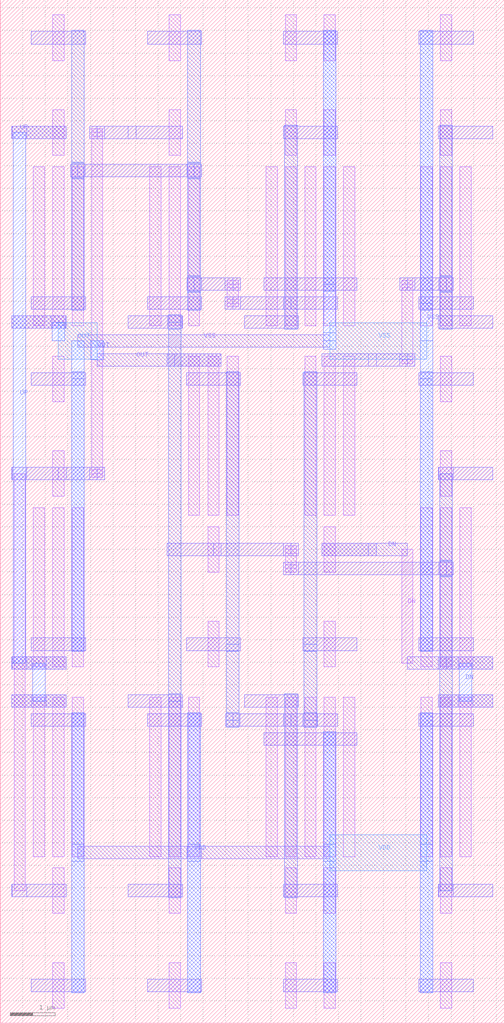
<source format=lef>
MACRO CP
  ORIGIN 0 0 ;
  FOREIGN CP 0 0 ;
  SIZE 11.18 BY 22.68 ;
  PIN VSS
    DIRECTION INOUT ;
    USE SIGNAL ;
    PORT 
      LAYER M3 ;
        RECT 7.17 16.22 7.45 22 ;
      LAYER M3 ;
        RECT 1.58 8.24 1.86 14.44 ;
      LAYER M3 ;
        RECT 9.32 8.24 9.6 14.44 ;
      LAYER M3 ;
        RECT 9.32 15.8 9.6 22 ;
      LAYER M3 ;
        RECT 7.17 15.12 7.45 16.38 ;
      LAYER M2 ;
        RECT 1.72 14.98 7.31 15.26 ;
      LAYER M3 ;
        RECT 1.58 14.28 1.86 15.12 ;
      LAYER M3 ;
        RECT 7.17 14.935 7.45 15.305 ;
      LAYER M4 ;
        RECT 7.31 14.72 9.46 15.52 ;
      LAYER M3 ;
        RECT 9.32 14.28 9.6 15.12 ;
      LAYER M3 ;
        RECT 9.32 15.12 9.6 15.96 ;
    END
  END VSS
  PIN VDD
    DIRECTION INOUT ;
    USE SIGNAL ;
    PORT 
      LAYER M3 ;
        RECT 7.17 0.68 7.45 6.46 ;
      LAYER M3 ;
        RECT 1.58 0.68 1.86 6.88 ;
      LAYER M3 ;
        RECT 9.32 0.68 9.6 6.88 ;
      LAYER M3 ;
        RECT 4.16 0.68 4.44 6.88 ;
      LAYER M3 ;
        RECT 7.17 3.595 7.45 3.965 ;
      LAYER M2 ;
        RECT 1.72 3.64 7.31 3.92 ;
      LAYER M3 ;
        RECT 1.58 3.595 1.86 3.965 ;
      LAYER M3 ;
        RECT 7.17 3.595 7.45 3.965 ;
      LAYER M4 ;
        RECT 7.31 3.38 9.46 4.18 ;
      LAYER M3 ;
        RECT 9.32 3.595 9.6 3.965 ;
      LAYER M2 ;
        RECT 4.14 3.64 4.46 3.92 ;
      LAYER M3 ;
        RECT 4.16 3.595 4.44 3.965 ;
    END
  END VDD
  PIN UP
    DIRECTION INOUT ;
    USE SIGNAL ;
    PORT 
      LAYER M2 ;
        RECT 0.26 7.84 1.46 8.12 ;
      LAYER M2 ;
        RECT 0.26 7 1.46 7.28 ;
      LAYER M2 ;
        RECT 0.7 7.84 1.02 8.12 ;
      LAYER M3 ;
        RECT 0.72 7.14 1 7.98 ;
      LAYER M2 ;
        RECT 0.7 7 1.02 7.28 ;
      LAYER M2 ;
        RECT 0.26 19.6 1.46 19.88 ;
      LAYER M2 ;
        RECT 0.27 7.84 0.59 8.12 ;
      LAYER M3 ;
        RECT 0.29 7.98 0.57 19.74 ;
      LAYER M2 ;
        RECT 0.27 19.6 0.59 19.88 ;
    END
  END UP
  PIN DN
    DIRECTION INOUT ;
    USE SIGNAL ;
    PORT 
      LAYER M2 ;
        RECT 9.72 7.84 10.92 8.12 ;
      LAYER M2 ;
        RECT 9.72 7 10.92 7.28 ;
      LAYER M2 ;
        RECT 10.16 7.84 10.48 8.12 ;
      LAYER M3 ;
        RECT 10.18 7.14 10.46 7.98 ;
      LAYER M2 ;
        RECT 10.16 7 10.48 7.28 ;
      LAYER M2 ;
        RECT 7.14 10.36 8.34 10.64 ;
      LAYER M2 ;
        RECT 9.03 7.84 9.89 8.12 ;
      LAYER M1 ;
        RECT 8.905 7.98 9.155 10.5 ;
      LAYER M2 ;
        RECT 8.17 10.36 9.03 10.64 ;
    END
  END DN
  PIN OUT
    DIRECTION INOUT ;
    USE SIGNAL ;
    PORT 
      LAYER M2 ;
        RECT 0.26 15.4 1.46 15.68 ;
      LAYER M2 ;
        RECT 3.7 14.56 4.9 14.84 ;
      LAYER M2 ;
        RECT 1.13 15.4 1.45 15.68 ;
      LAYER M3 ;
        RECT 1.15 15.12 1.43 15.54 ;
      LAYER M4 ;
        RECT 1.29 14.72 2.15 15.52 ;
      LAYER M3 ;
        RECT 2.01 14.7 2.29 15.12 ;
      LAYER M2 ;
        RECT 2.15 14.56 3.87 14.84 ;
    END
  END OUT
  OBS 
  LAYER M3 ;
        RECT 6.31 15.38 6.59 19.9 ;
  LAYER M2 ;
        RECT 6.28 15.82 7.48 16.1 ;
  LAYER M3 ;
        RECT 4.16 15.8 4.44 22 ;
  LAYER M3 ;
        RECT 1.58 15.8 1.86 22 ;
  LAYER M2 ;
        RECT 5.16 15.82 6.45 16.1 ;
  LAYER M1 ;
        RECT 5.035 15.96 5.285 16.38 ;
  LAYER M2 ;
        RECT 4.3 16.24 5.16 16.52 ;
  LAYER M3 ;
        RECT 4.16 16.195 4.44 16.565 ;
  LAYER M3 ;
        RECT 4.16 18.715 4.44 19.085 ;
  LAYER M2 ;
        RECT 1.72 18.76 4.3 19.04 ;
  LAYER M3 ;
        RECT 1.58 18.715 1.86 19.085 ;
  LAYER M1 ;
        RECT 5.035 15.875 5.285 16.045 ;
  LAYER M2 ;
        RECT 4.99 15.82 5.33 16.1 ;
  LAYER M1 ;
        RECT 5.035 16.295 5.285 16.465 ;
  LAYER M2 ;
        RECT 4.99 16.24 5.33 16.52 ;
  LAYER M2 ;
        RECT 4.14 16.24 4.46 16.52 ;
  LAYER M3 ;
        RECT 4.16 16.22 4.44 16.54 ;
  LAYER M1 ;
        RECT 5.035 15.875 5.285 16.045 ;
  LAYER M2 ;
        RECT 4.99 15.82 5.33 16.1 ;
  LAYER M1 ;
        RECT 5.035 16.295 5.285 16.465 ;
  LAYER M2 ;
        RECT 4.99 16.24 5.33 16.52 ;
  LAYER M2 ;
        RECT 4.14 16.24 4.46 16.52 ;
  LAYER M3 ;
        RECT 4.16 16.22 4.44 16.54 ;
  LAYER M1 ;
        RECT 5.035 15.875 5.285 16.045 ;
  LAYER M2 ;
        RECT 4.99 15.82 5.33 16.1 ;
  LAYER M1 ;
        RECT 5.035 16.295 5.285 16.465 ;
  LAYER M2 ;
        RECT 4.99 16.24 5.33 16.52 ;
  LAYER M2 ;
        RECT 1.56 18.76 1.88 19.04 ;
  LAYER M3 ;
        RECT 1.58 18.74 1.86 19.06 ;
  LAYER M2 ;
        RECT 4.14 16.24 4.46 16.52 ;
  LAYER M3 ;
        RECT 4.16 16.22 4.44 16.54 ;
  LAYER M2 ;
        RECT 4.14 18.76 4.46 19.04 ;
  LAYER M3 ;
        RECT 4.16 18.74 4.44 19.06 ;
  LAYER M1 ;
        RECT 5.035 15.875 5.285 16.045 ;
  LAYER M2 ;
        RECT 4.99 15.82 5.33 16.1 ;
  LAYER M1 ;
        RECT 5.035 16.295 5.285 16.465 ;
  LAYER M2 ;
        RECT 4.99 16.24 5.33 16.52 ;
  LAYER M2 ;
        RECT 1.56 18.76 1.88 19.04 ;
  LAYER M3 ;
        RECT 1.58 18.74 1.86 19.06 ;
  LAYER M2 ;
        RECT 4.14 16.24 4.46 16.52 ;
  LAYER M3 ;
        RECT 4.16 16.22 4.44 16.54 ;
  LAYER M2 ;
        RECT 4.14 18.76 4.46 19.04 ;
  LAYER M3 ;
        RECT 4.16 18.74 4.44 19.06 ;
  LAYER M3 ;
        RECT 6.31 2.78 6.59 7.3 ;
  LAYER M2 ;
        RECT 6.28 6.58 7.48 6.86 ;
  LAYER M3 ;
        RECT 5.02 8.24 5.3 14.44 ;
  LAYER M3 ;
        RECT 6.74 8.24 7.02 14.44 ;
  LAYER M2 ;
        RECT 5.16 6.58 6.45 6.86 ;
  LAYER M3 ;
        RECT 5.02 6.72 5.3 8.4 ;
  LAYER M2 ;
        RECT 6.72 6.58 7.04 6.86 ;
  LAYER M3 ;
        RECT 6.74 6.72 7.02 8.4 ;
  LAYER M2 ;
        RECT 5 6.58 5.32 6.86 ;
  LAYER M3 ;
        RECT 5.02 6.56 5.3 6.88 ;
  LAYER M2 ;
        RECT 5 6.58 5.32 6.86 ;
  LAYER M3 ;
        RECT 5.02 6.56 5.3 6.88 ;
  LAYER M2 ;
        RECT 5 6.58 5.32 6.86 ;
  LAYER M3 ;
        RECT 5.02 6.56 5.3 6.88 ;
  LAYER M2 ;
        RECT 6.72 6.58 7.04 6.86 ;
  LAYER M3 ;
        RECT 6.74 6.56 7.02 6.88 ;
  LAYER M2 ;
        RECT 5 6.58 5.32 6.86 ;
  LAYER M3 ;
        RECT 5.02 6.56 5.3 6.88 ;
  LAYER M2 ;
        RECT 6.72 6.58 7.04 6.86 ;
  LAYER M3 ;
        RECT 6.74 6.56 7.02 6.88 ;
  LAYER M2 ;
        RECT 0.26 12.04 1.46 12.32 ;
  LAYER M2 ;
        RECT 0.26 2.8 1.46 3.08 ;
  LAYER M2 ;
        RECT 0.27 12.04 0.59 12.32 ;
  LAYER M1 ;
        RECT 0.305 2.94 0.555 12.18 ;
  LAYER M2 ;
        RECT 0.27 2.8 0.59 3.08 ;
  LAYER M2 ;
        RECT 2.84 19.6 4.04 19.88 ;
  LAYER M2 ;
        RECT 1.29 12.04 2.15 12.32 ;
  LAYER M1 ;
        RECT 2.025 12.18 2.275 19.74 ;
  LAYER M2 ;
        RECT 2.15 19.6 3.01 19.88 ;
  LAYER M1 ;
        RECT 2.025 12.095 2.275 12.265 ;
  LAYER M2 ;
        RECT 1.98 12.04 2.32 12.32 ;
  LAYER M1 ;
        RECT 2.025 19.655 2.275 19.825 ;
  LAYER M2 ;
        RECT 1.98 19.6 2.32 19.88 ;
  LAYER M1 ;
        RECT 2.025 12.095 2.275 12.265 ;
  LAYER M2 ;
        RECT 1.98 12.04 2.32 12.32 ;
  LAYER M1 ;
        RECT 2.025 19.655 2.275 19.825 ;
  LAYER M2 ;
        RECT 1.98 19.6 2.32 19.88 ;
  LAYER M2 ;
        RECT 9.72 12.04 10.92 12.32 ;
  LAYER M2 ;
        RECT 9.72 2.8 10.92 3.08 ;
  LAYER M2 ;
        RECT 9.73 12.04 10.05 12.32 ;
  LAYER M3 ;
        RECT 9.75 2.94 10.03 12.18 ;
  LAYER M2 ;
        RECT 9.73 2.8 10.05 3.08 ;
  LAYER M2 ;
        RECT 3.7 10.36 4.9 10.64 ;
  LAYER M3 ;
        RECT 9.75 9.895 10.03 10.265 ;
  LAYER M2 ;
        RECT 6.45 9.94 9.89 10.22 ;
  LAYER M1 ;
        RECT 6.325 10.08 6.575 10.5 ;
  LAYER M2 ;
        RECT 4.73 10.36 6.45 10.64 ;
  LAYER M1 ;
        RECT 6.325 9.995 6.575 10.165 ;
  LAYER M2 ;
        RECT 6.28 9.94 6.62 10.22 ;
  LAYER M1 ;
        RECT 6.325 10.415 6.575 10.585 ;
  LAYER M2 ;
        RECT 6.28 10.36 6.62 10.64 ;
  LAYER M2 ;
        RECT 9.73 9.94 10.05 10.22 ;
  LAYER M3 ;
        RECT 9.75 9.92 10.03 10.24 ;
  LAYER M1 ;
        RECT 6.325 9.995 6.575 10.165 ;
  LAYER M2 ;
        RECT 6.28 9.94 6.62 10.22 ;
  LAYER M1 ;
        RECT 6.325 10.415 6.575 10.585 ;
  LAYER M2 ;
        RECT 6.28 10.36 6.62 10.64 ;
  LAYER M2 ;
        RECT 9.73 9.94 10.05 10.22 ;
  LAYER M3 ;
        RECT 9.75 9.92 10.03 10.24 ;
  LAYER M3 ;
        RECT 9.75 15.38 10.03 19.9 ;
  LAYER M2 ;
        RECT 7.14 14.56 8.34 14.84 ;
  LAYER M3 ;
        RECT 9.75 16.195 10.03 16.565 ;
  LAYER M2 ;
        RECT 9.03 16.24 9.89 16.52 ;
  LAYER M1 ;
        RECT 8.905 14.7 9.155 16.38 ;
  LAYER M2 ;
        RECT 8.17 14.56 9.03 14.84 ;
  LAYER M1 ;
        RECT 8.905 14.615 9.155 14.785 ;
  LAYER M2 ;
        RECT 8.86 14.56 9.2 14.84 ;
  LAYER M1 ;
        RECT 8.905 16.295 9.155 16.465 ;
  LAYER M2 ;
        RECT 8.86 16.24 9.2 16.52 ;
  LAYER M2 ;
        RECT 9.73 16.24 10.05 16.52 ;
  LAYER M3 ;
        RECT 9.75 16.22 10.03 16.54 ;
  LAYER M1 ;
        RECT 8.905 14.615 9.155 14.785 ;
  LAYER M2 ;
        RECT 8.86 14.56 9.2 14.84 ;
  LAYER M1 ;
        RECT 8.905 16.295 9.155 16.465 ;
  LAYER M2 ;
        RECT 8.86 16.24 9.2 16.52 ;
  LAYER M2 ;
        RECT 9.73 16.24 10.05 16.52 ;
  LAYER M3 ;
        RECT 9.75 16.22 10.03 16.54 ;
  LAYER M3 ;
        RECT 3.73 2.78 4.01 7.3 ;
  LAYER M2 ;
        RECT 2.84 15.4 4.04 15.68 ;
  LAYER M3 ;
        RECT 3.73 7.14 4.01 15.54 ;
  LAYER M2 ;
        RECT 3.71 15.4 4.03 15.68 ;
  LAYER M2 ;
        RECT 3.71 15.4 4.03 15.68 ;
  LAYER M3 ;
        RECT 3.73 15.38 4.01 15.7 ;
  LAYER M2 ;
        RECT 3.71 15.4 4.03 15.68 ;
  LAYER M3 ;
        RECT 3.73 15.38 4.01 15.7 ;
  LAYER M1 ;
        RECT 6.325 15.455 6.575 18.985 ;
  LAYER M1 ;
        RECT 6.325 19.235 6.575 20.245 ;
  LAYER M1 ;
        RECT 6.325 21.335 6.575 22.345 ;
  LAYER M1 ;
        RECT 5.895 15.455 6.145 18.985 ;
  LAYER M1 ;
        RECT 6.755 15.455 7.005 18.985 ;
  LAYER M1 ;
        RECT 7.185 15.455 7.435 18.985 ;
  LAYER M1 ;
        RECT 7.185 19.235 7.435 20.245 ;
  LAYER M1 ;
        RECT 7.185 21.335 7.435 22.345 ;
  LAYER M1 ;
        RECT 7.615 15.455 7.865 18.985 ;
  LAYER M2 ;
        RECT 5.42 15.4 6.62 15.68 ;
  LAYER M2 ;
        RECT 6.28 19.6 7.48 19.88 ;
  LAYER M2 ;
        RECT 5.85 16.24 7.91 16.52 ;
  LAYER M2 ;
        RECT 6.28 21.7 7.48 21.98 ;
  LAYER M3 ;
        RECT 6.31 15.38 6.59 19.9 ;
  LAYER M2 ;
        RECT 6.28 15.82 7.48 16.1 ;
  LAYER M3 ;
        RECT 7.17 16.22 7.45 22 ;
  LAYER M1 ;
        RECT 6.325 3.695 6.575 7.225 ;
  LAYER M1 ;
        RECT 6.325 2.435 6.575 3.445 ;
  LAYER M1 ;
        RECT 6.325 0.335 6.575 1.345 ;
  LAYER M1 ;
        RECT 5.895 3.695 6.145 7.225 ;
  LAYER M1 ;
        RECT 6.755 3.695 7.005 7.225 ;
  LAYER M1 ;
        RECT 7.185 3.695 7.435 7.225 ;
  LAYER M1 ;
        RECT 7.185 2.435 7.435 3.445 ;
  LAYER M1 ;
        RECT 7.185 0.335 7.435 1.345 ;
  LAYER M1 ;
        RECT 7.615 3.695 7.865 7.225 ;
  LAYER M2 ;
        RECT 5.42 7 6.62 7.28 ;
  LAYER M2 ;
        RECT 6.28 2.8 7.48 3.08 ;
  LAYER M2 ;
        RECT 5.85 6.16 7.91 6.44 ;
  LAYER M2 ;
        RECT 6.28 0.7 7.48 0.98 ;
  LAYER M3 ;
        RECT 6.31 2.78 6.59 7.3 ;
  LAYER M2 ;
        RECT 6.28 6.58 7.48 6.86 ;
  LAYER M3 ;
        RECT 7.17 0.68 7.45 6.46 ;
  LAYER M1 ;
        RECT 1.165 7.895 1.415 11.425 ;
  LAYER M1 ;
        RECT 1.165 11.675 1.415 12.685 ;
  LAYER M1 ;
        RECT 1.165 13.775 1.415 14.785 ;
  LAYER M1 ;
        RECT 0.735 7.895 0.985 11.425 ;
  LAYER M1 ;
        RECT 1.595 7.895 1.845 11.425 ;
  LAYER M2 ;
        RECT 0.69 8.26 1.89 8.54 ;
  LAYER M2 ;
        RECT 0.69 14.14 1.89 14.42 ;
  LAYER M2 ;
        RECT 0.26 7.84 1.46 8.12 ;
  LAYER M2 ;
        RECT 0.26 12.04 1.46 12.32 ;
  LAYER M3 ;
        RECT 1.58 8.24 1.86 14.44 ;
  LAYER M1 ;
        RECT 1.165 3.695 1.415 7.225 ;
  LAYER M1 ;
        RECT 1.165 2.435 1.415 3.445 ;
  LAYER M1 ;
        RECT 1.165 0.335 1.415 1.345 ;
  LAYER M1 ;
        RECT 0.735 3.695 0.985 7.225 ;
  LAYER M1 ;
        RECT 1.595 3.695 1.845 7.225 ;
  LAYER M2 ;
        RECT 0.69 6.58 1.89 6.86 ;
  LAYER M2 ;
        RECT 0.69 0.7 1.89 0.98 ;
  LAYER M2 ;
        RECT 0.26 7 1.46 7.28 ;
  LAYER M2 ;
        RECT 0.26 2.8 1.46 3.08 ;
  LAYER M3 ;
        RECT 1.58 0.68 1.86 6.88 ;
  LAYER M1 ;
        RECT 9.765 7.895 10.015 11.425 ;
  LAYER M1 ;
        RECT 9.765 11.675 10.015 12.685 ;
  LAYER M1 ;
        RECT 9.765 13.775 10.015 14.785 ;
  LAYER M1 ;
        RECT 10.195 7.895 10.445 11.425 ;
  LAYER M1 ;
        RECT 9.335 7.895 9.585 11.425 ;
  LAYER M2 ;
        RECT 9.29 8.26 10.49 8.54 ;
  LAYER M2 ;
        RECT 9.29 14.14 10.49 14.42 ;
  LAYER M2 ;
        RECT 9.72 7.84 10.92 8.12 ;
  LAYER M2 ;
        RECT 9.72 12.04 10.92 12.32 ;
  LAYER M3 ;
        RECT 9.32 8.24 9.6 14.44 ;
  LAYER M1 ;
        RECT 9.765 3.695 10.015 7.225 ;
  LAYER M1 ;
        RECT 9.765 2.435 10.015 3.445 ;
  LAYER M1 ;
        RECT 9.765 0.335 10.015 1.345 ;
  LAYER M1 ;
        RECT 10.195 3.695 10.445 7.225 ;
  LAYER M1 ;
        RECT 9.335 3.695 9.585 7.225 ;
  LAYER M2 ;
        RECT 9.29 6.58 10.49 6.86 ;
  LAYER M2 ;
        RECT 9.29 0.7 10.49 0.98 ;
  LAYER M2 ;
        RECT 9.72 7 10.92 7.28 ;
  LAYER M2 ;
        RECT 9.72 2.8 10.92 3.08 ;
  LAYER M3 ;
        RECT 9.32 0.68 9.6 6.88 ;
  LAYER M1 ;
        RECT 9.765 15.455 10.015 18.985 ;
  LAYER M1 ;
        RECT 9.765 19.235 10.015 20.245 ;
  LAYER M1 ;
        RECT 9.765 21.335 10.015 22.345 ;
  LAYER M1 ;
        RECT 10.195 15.455 10.445 18.985 ;
  LAYER M1 ;
        RECT 9.335 15.455 9.585 18.985 ;
  LAYER M2 ;
        RECT 9.72 15.4 10.92 15.68 ;
  LAYER M2 ;
        RECT 9.72 19.6 10.92 19.88 ;
  LAYER M2 ;
        RECT 9.29 15.82 10.49 16.1 ;
  LAYER M2 ;
        RECT 9.29 21.7 10.49 21.98 ;
  LAYER M3 ;
        RECT 9.75 15.38 10.03 19.9 ;
  LAYER M3 ;
        RECT 9.32 15.8 9.6 22 ;
  LAYER M1 ;
        RECT 3.745 3.695 3.995 7.225 ;
  LAYER M1 ;
        RECT 3.745 2.435 3.995 3.445 ;
  LAYER M1 ;
        RECT 3.745 0.335 3.995 1.345 ;
  LAYER M1 ;
        RECT 3.315 3.695 3.565 7.225 ;
  LAYER M1 ;
        RECT 4.175 3.695 4.425 7.225 ;
  LAYER M2 ;
        RECT 2.84 7 4.04 7.28 ;
  LAYER M2 ;
        RECT 2.84 2.8 4.04 3.08 ;
  LAYER M2 ;
        RECT 3.27 6.58 4.47 6.86 ;
  LAYER M2 ;
        RECT 3.27 0.7 4.47 0.98 ;
  LAYER M3 ;
        RECT 3.73 2.78 4.01 7.3 ;
  LAYER M3 ;
        RECT 4.16 0.68 4.44 6.88 ;
  LAYER M1 ;
        RECT 3.745 15.455 3.995 18.985 ;
  LAYER M1 ;
        RECT 3.745 19.235 3.995 20.245 ;
  LAYER M1 ;
        RECT 3.745 21.335 3.995 22.345 ;
  LAYER M1 ;
        RECT 3.315 15.455 3.565 18.985 ;
  LAYER M1 ;
        RECT 4.175 15.455 4.425 18.985 ;
  LAYER M2 ;
        RECT 3.27 15.82 4.47 16.1 ;
  LAYER M2 ;
        RECT 3.27 21.7 4.47 21.98 ;
  LAYER M2 ;
        RECT 2.84 15.4 4.04 15.68 ;
  LAYER M2 ;
        RECT 2.84 19.6 4.04 19.88 ;
  LAYER M3 ;
        RECT 4.16 15.8 4.44 22 ;
  LAYER M1 ;
        RECT 1.165 15.455 1.415 18.985 ;
  LAYER M1 ;
        RECT 1.165 19.235 1.415 20.245 ;
  LAYER M1 ;
        RECT 1.165 21.335 1.415 22.345 ;
  LAYER M1 ;
        RECT 0.735 15.455 0.985 18.985 ;
  LAYER M1 ;
        RECT 1.595 15.455 1.845 18.985 ;
  LAYER M2 ;
        RECT 0.69 15.82 1.89 16.1 ;
  LAYER M2 ;
        RECT 0.69 21.7 1.89 21.98 ;
  LAYER M2 ;
        RECT 0.26 15.4 1.46 15.68 ;
  LAYER M2 ;
        RECT 0.26 19.6 1.46 19.88 ;
  LAYER M3 ;
        RECT 1.58 15.8 1.86 22 ;
  LAYER M1 ;
        RECT 4.605 11.255 4.855 14.785 ;
  LAYER M1 ;
        RECT 4.605 9.995 4.855 11.005 ;
  LAYER M1 ;
        RECT 4.605 7.895 4.855 8.905 ;
  LAYER M1 ;
        RECT 4.175 11.255 4.425 14.785 ;
  LAYER M1 ;
        RECT 5.035 11.255 5.285 14.785 ;
  LAYER M2 ;
        RECT 4.13 14.14 5.33 14.42 ;
  LAYER M2 ;
        RECT 4.13 8.26 5.33 8.54 ;
  LAYER M2 ;
        RECT 3.7 14.56 4.9 14.84 ;
  LAYER M2 ;
        RECT 3.7 10.36 4.9 10.64 ;
  LAYER M3 ;
        RECT 5.02 8.24 5.3 14.44 ;
  LAYER M1 ;
        RECT 7.185 11.255 7.435 14.785 ;
  LAYER M1 ;
        RECT 7.185 9.995 7.435 11.005 ;
  LAYER M1 ;
        RECT 7.185 7.895 7.435 8.905 ;
  LAYER M1 ;
        RECT 7.615 11.255 7.865 14.785 ;
  LAYER M1 ;
        RECT 6.755 11.255 7.005 14.785 ;
  LAYER M2 ;
        RECT 6.71 14.14 7.91 14.42 ;
  LAYER M2 ;
        RECT 6.71 8.26 7.91 8.54 ;
  LAYER M2 ;
        RECT 7.14 14.56 8.34 14.84 ;
  LAYER M2 ;
        RECT 7.14 10.36 8.34 10.64 ;
  LAYER M3 ;
        RECT 6.74 8.24 7.02 14.44 ;
  END 
END CP

</source>
